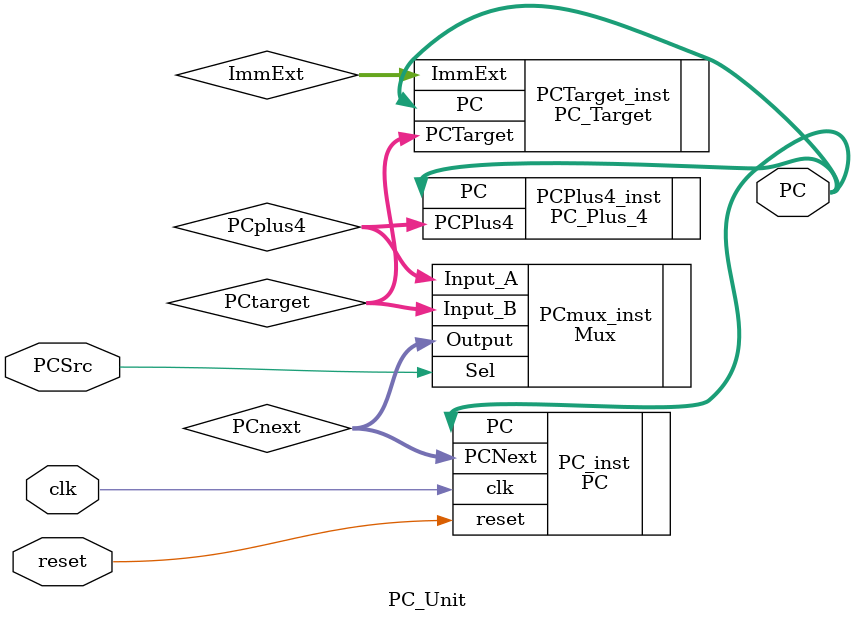
<source format=v>
`timescale 1ns / 1ps
/*
 * Source code for RISC-V Architecture, ECE 224A - VLSI PROJECT DESIGN - UCSB Fall 2024
 * Developed by Team 10 - Parth Kulkarni, Jash Shah, Oindrila Chatterjee
 */


module PC_Unit(
		     input	   clk,reset,PCSrc,
		     output [31:0] PC
		     );

   wire [31:0]			   PCnext,PCplus4,PCtarget,ImmExt;

   PC PC_inst (
	       .clk(clk),
	       .reset(reset),
	       .PCNext(PCnext),
	       .PC(PC)
	       );
   PC_Plus_4 PCPlus4_inst (
			   .PC(PC),
			   .PCPlus4(PCplus4)
			   );

   PC_Target PCTarget_inst (
			    .PC(PC),
			    .ImmExt(ImmExt),	
			    .PCTarget(PCtarget)
			    );

   Mux PCmux_inst(
		     .Input_A(PCplus4),
		     .Input_B(PCtarget),
		     .Sel(PCSrc),
		     .Output(PCnext)
		     );


endmodule

</source>
